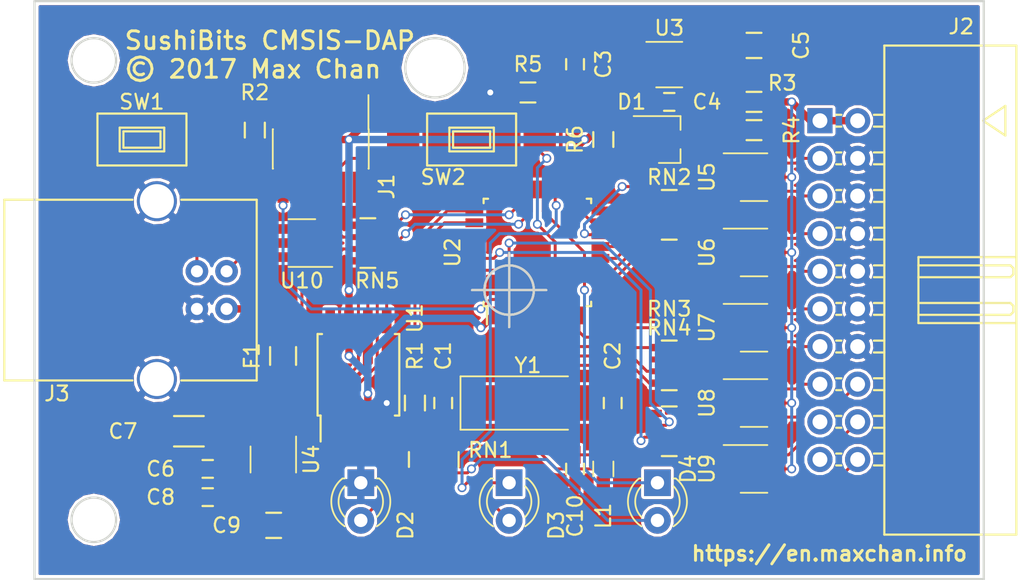
<source format=kicad_pcb>
(kicad_pcb (version 4) (host pcbnew 4.0.6)
  (layers (0 F.Cu signal) (31 B.Cu signal) (34 B.Paste user) (35 F.Paste user) (36 B.SilkS user) (37 F.SilkS user) (38 B.Mask user) (39 F.Mask user) (44 Edge.Cuts user))
  (net 0 "")
  (net 1 /SYS_XIN)
  (net 2 GND)
  (net 3 /SYS_XOUT)
  (net 4 +5V)
  (net 5 VDD)
  (net 6 VDDA)
  (net 7 /ADC_CAL)
  (net 8 "Net-(D2-Pad2)")
  (net 9 /SYS_ACT)
  (net 10 "Net-(D3-Pad2)")
  (net 11 /SYS_ERR)
  (net 12 "Net-(D4-Pad2)")
  (net 13 "Net-(F1-Pad2)")
  (net 14 /DBG_TMS)
  (net 15 /DBG_TCK)
  (net 16 /DBG_~RST)
  (net 17 /TGT_VDD)
  (net 18 /ESD2/D0)
  (net 19 /ESD2/D1)
  (net 20 /ESD2/D2)
  (net 21 /ESD2/D3)
  (net 22 /ESD2B/D0)
  (net 23 /ESD2B/D1)
  (net 24 /ESD2B/D2)
  (net 25 /ESD1/D0)
  (net 26 /ESD1/D1)
  (net 27 /ESD1B/D1)
  (net 28 /ESD1B/D0)
  (net 29 "Net-(R1-Pad1)")
  (net 30 /TGT_VDDS)
  (net 31 /SYS_BTN)
  (net 32 /TGT_~TRST)
  (net 33 /TGT_TMS)
  (net 34 /TGT_TDI)
  (net 35 /TGT_TCK)
  (net 36 "Net-(RN2-Pad7)")
  (net 37 "Net-(RN2-Pad8)")
  (net 38 "Net-(RN2-Pad6)")
  (net 39 "Net-(RN2-Pad5)")
  (net 40 /TGT_RTCK)
  (net 41 /TGT_~RST)
  (net 42 /TGT_TDO)
  (net 43 "Net-(RN3-Pad7)")
  (net 44 "Net-(RN3-Pad8)")
  (net 45 "Net-(RN3-Pad6)")
  (net 46 "Net-(RN3-Pad5)")
  (net 47 /TGT_RXD)
  (net 48 /TGT_TXD)
  (net 49 "Net-(RN4-Pad7)")
  (net 50 "Net-(RN4-Pad6)")
  (net 51 /USB_D-)
  (net 52 /USB_D+)
  (net 53 "Net-(RN5-Pad7)")
  (net 54 "Net-(RN5-Pad6)")
  (net 55 /SPI_NSS)
  (net 56 /SPI_MISO)
  (net 57 /SPI_MOSI)
  (net 58 /SPI_SCK)
  (net 59 /ESD2B/D3)
  (net 60 /TGT_PEN)
  (net 61 "Net-(C4-Pad1)")
  (net 62 "Net-(C8-Pad1)")
  (module Capacitors_SMD:C_0603_HandSoldering (layer F.Cu) (at 145.555 107.62 90)
    (fp_text reference C1 (at 3.175 0 90) (layer F.SilkS))
    (fp_text value 22p)
    (pad 1 smd rect (at -0.95 0 90) (size 1.2 0.75) (layers F.Cu F.Paste F.Mask) (net 1 /SYS_XIN))
    (pad 2 smd rect (at 0.95 0 90) (size 1.2 0.75) (layers F.Cu F.Paste F.Mask) (net 2 GND))
  )
  (module Capacitors_SMD:C_0603_HandSoldering (layer F.Cu) (at 156.985 107.62 90)
    (fp_text reference C2 (at 3.175 0 90) (layer F.SilkS))
    (fp_text value 22p)
    (pad 1 smd rect (at -0.95 0 90) (size 1.2 0.75) (layers F.Cu F.Paste F.Mask) (net 3 /SYS_XOUT))
    (pad 2 smd rect (at 0.95 0 90) (size 1.2 0.75) (layers F.Cu F.Paste F.Mask) (net 2 GND))
  )
  (module Capacitors_SMD:C_0603_HandSoldering (layer F.Cu) (at 129.68 112.065 180)
    (fp_text reference C6 (at 3.175 0 180) (layer F.SilkS))
    (fp_text value 100n)
    (pad 1 smd rect (at -0.95 0 180) (size 1.2 0.75) (layers F.Cu F.Paste F.Mask) (net 4 +5V))
    (pad 2 smd rect (at 0.95 0 180) (size 1.2 0.75) (layers F.Cu F.Paste F.Mask) (net 2 GND))
  )
  (module Capacitors_SMD:C_1206_HandSoldering (layer F.Cu) (at 128.41 109.525 180)
    (fp_text reference C7 (at 4.445 0 180) (layer F.SilkS))
    (fp_text value 47u)
    (pad 1 smd rect (at -2 0 180) (size 2 1.6) (layers F.Cu F.Paste F.Mask) (net 4 +5V))
    (pad 2 smd rect (at 2 0 180) (size 2 1.6) (layers F.Cu F.Paste F.Mask) (net 2 GND))
  )
  (module Capacitors_SMD:C_0805_HandSoldering (layer F.Cu) (at 134.125 115.875 180)
    (fp_text reference C9 (at 3.175 0 360) (layer F.SilkS))
    (fp_text value 10µ)
    (pad 1 smd rect (at -1.25 0 180) (size 1.5 1.25) (layers F.Cu F.Paste F.Mask) (net 5 VDD))
    (pad 2 smd rect (at 1.25 0 180) (size 1.5 1.25) (layers F.Cu F.Paste F.Mask) (net 2 GND))
  )
  (module Capacitors_SMD:C_0603_HandSoldering (layer F.Cu) (at 154.445 112.065 270)
    (fp_text reference C10 (at 3.175 0 270) (layer F.SilkS))
    (fp_text value 100n)
    (pad 1 smd rect (at -0.95 0 270) (size 1.2 0.75) (layers F.Cu F.Paste F.Mask) (net 6 VDDA))
    (pad 2 smd rect (at 0.95 0 270) (size 1.2 0.75) (layers F.Cu F.Paste F.Mask) (net 2 GND))
  )
  (module TO_SOT_Packages_SMD:SOT-23_Handsoldering (layer F.Cu) (at 160.795 89.84)
    (fp_text reference D1 (at -2.54 -2.54) (layer F.SilkS))
    (fp_text value TL431DBZ)
    (pad 1 smd rect (at -1.5 -0.95) (size 1.9 0.8) (layers F.Cu F.Paste F.Mask) (net 7 /ADC_CAL))
    (pad 2 smd rect (at -1.5 0.95) (size 1.9 0.8) (layers F.Cu F.Paste F.Mask) (net 7 /ADC_CAL))
    (pad 3 smd rect (at 1.5 0) (size 1.9 0.8) (layers F.Cu F.Paste F.Mask) (net 2 GND))
  )
  (module LEDs:LED_D3.0mm (layer F.Cu) (at 140 113 270)
    (fp_text reference D2 (at 2.875 -3.015 270) (layer F.SilkS))
    (fp_text value Power)
    (pad 1 thru_hole rect (at 0 0 270) (size 1.8 1.8) (drill 0.9) (layers *.Cu *.Mask) (net 2 GND))
    (pad 2 thru_hole circle (at 2.54 0 270) (size 1.8 1.8) (drill 0.9) (layers *.Cu *.Mask) (net 8 "Net-(D2-Pad2)"))
  )
  (module LEDs:LED_D3.0mm (layer F.Cu) (at 150 113 270)
    (fp_text reference D3 (at 2.875 -3.175 270) (layer F.SilkS))
    (fp_text value Activity)
    (pad 1 thru_hole rect (at 0 0 270) (size 1.8 1.8) (drill 0.9) (layers *.Cu *.Mask) (net 9 /SYS_ACT))
    (pad 2 thru_hole circle (at 2.54 0 270) (size 1.8 1.8) (drill 0.9) (layers *.Cu *.Mask) (net 10 "Net-(D3-Pad2)"))
  )
  (module LEDs:LED_D3.0mm (layer F.Cu) (at 160 113 270)
    (fp_text reference D4 (at -0.935 -2.065 270) (layer F.SilkS))
    (fp_text value Error)
    (pad 1 thru_hole rect (at 0 0 270) (size 1.8 1.8) (drill 0.9) (layers *.Cu *.Mask) (net 11 /SYS_ERR))
    (pad 2 thru_hole circle (at 2.54 0 270) (size 1.8 1.8) (drill 0.9) (layers *.Cu *.Mask) (net 12 "Net-(D4-Pad2)"))
  )
  (module Pin_Headers:Pin_Header_Straight_2x05_Pitch1.27mm_SMD (layer F.Cu) (at 137.3 90.475 270)
    (fp_text reference J1 (at 2.54 -4.445 270) (layer F.SilkS))
    (fp_text value JTAG)
    (pad 1 smd rect (at -2.585 -2.54 270) (size 2.1 0.75) (layers F.Cu F.Mask) (net 5 VDD))
    (pad 2 smd rect (at 2.585 -2.54 270) (size 2.1 0.75) (layers F.Cu F.Mask) (net 14 /DBG_TMS))
    (pad 3 smd rect (at -2.585 -1.27 270) (size 2.1 0.75) (layers F.Cu F.Mask) (net 2 GND))
    (pad 4 smd rect (at 2.585 -1.27 270) (size 2.1 0.75) (layers F.Cu F.Mask) (net 15 /DBG_TCK))
    (pad 5 smd rect (at -2.585 0 270) (size 2.1 0.75) (layers F.Cu F.Mask) (net 2 GND))
    (pad 6 smd rect (at 2.585 0 270) (size 2.1 0.75) (layers F.Cu F.Mask))
    (pad 7 smd rect (at -2.585 1.27 270) (size 2.1 0.75) (layers F.Cu F.Mask))
    (pad 8 smd rect (at 2.585 1.27 270) (size 2.1 0.75) (layers F.Cu F.Mask))
    (pad 9 smd rect (at -2.585 2.54 270) (size 2.1 0.75) (layers F.Cu F.Mask) (net 2 GND))
    (pad 10 smd rect (at 2.585 2.54 270) (size 2.1 0.75) (layers F.Cu F.Mask) (net 16 /DBG_~RST))
  )
  (module Connectors_Multicomp:Multicomp_MC9A22-2034_2x10x2.54mm_Angled (layer F.Cu) (at 170.955 88.57 270)
    (fp_text reference J2 (at -6.35 -9.525 360) (layer F.SilkS))
    (fp_text value "Target JTAG")
    (pad 1 thru_hole rect (at 0 0 270) (size 1.7 1.7) (drill 1) (layers *.Cu *.Mask) (net 17 /TGT_VDD))
    (pad 2 thru_hole circle (at 0 -2.54 270) (size 1.7 1.7) (drill 1) (layers *.Cu *.Mask) (net 17 /TGT_VDD))
    (pad 3 thru_hole circle (at 2.54 0 270) (size 1.7 1.7) (drill 1) (layers *.Cu *.Mask) (net 18 /ESD2/D0))
    (pad 4 thru_hole circle (at 2.54 -2.54 270) (size 1.7 1.7) (drill 1) (layers *.Cu *.Mask) (net 2 GND))
    (pad 5 thru_hole circle (at 5.08 0 270) (size 1.7 1.7) (drill 1) (layers *.Cu *.Mask) (net 19 /ESD2/D1))
    (pad 6 thru_hole circle (at 5.08 -2.54 270) (size 1.7 1.7) (drill 1) (layers *.Cu *.Mask) (net 2 GND))
    (pad 7 thru_hole circle (at 7.62 0 270) (size 1.7 1.7) (drill 1) (layers *.Cu *.Mask) (net 20 /ESD2/D2))
    (pad 8 thru_hole circle (at 7.62 -2.54 270) (size 1.7 1.7) (drill 1) (layers *.Cu *.Mask) (net 2 GND))
    (pad 9 thru_hole circle (at 10.16 0 270) (size 1.7 1.7) (drill 1) (layers *.Cu *.Mask) (net 21 /ESD2/D3))
    (pad 10 thru_hole circle (at 10.16 -2.54 270) (size 1.7 1.7) (drill 1) (layers *.Cu *.Mask) (net 2 GND))
    (pad 11 thru_hole circle (at 12.7 0 270) (size 1.7 1.7) (drill 1) (layers *.Cu *.Mask) (net 22 /ESD2B/D0))
    (pad 12 thru_hole circle (at 12.7 -2.54 270) (size 1.7 1.7) (drill 1) (layers *.Cu *.Mask) (net 2 GND))
    (pad 13 thru_hole circle (at 15.24 0 270) (size 1.7 1.7) (drill 1) (layers *.Cu *.Mask) (net 23 /ESD2B/D1))
    (pad 14 thru_hole circle (at 15.24 -2.54 270) (size 1.7 1.7) (drill 1) (layers *.Cu *.Mask) (net 2 GND))
    (pad 15 thru_hole circle (at 17.78 0 270) (size 1.7 1.7) (drill 1) (layers *.Cu *.Mask) (net 24 /ESD2B/D2))
    (pad 16 thru_hole circle (at 17.78 -2.54 270) (size 1.7 1.7) (drill 1) (layers *.Cu *.Mask) (net 59 /ESD2B/D3))
    (pad 17 thru_hole circle (at 20.32 0 270) (size 1.7 1.7) (drill 1) (layers *.Cu *.Mask))
    (pad 18 thru_hole circle (at 20.32 -2.54 270) (size 1.7 1.7) (drill 1) (layers *.Cu *.Mask) (net 25 /ESD1/D0))
    (pad 19 thru_hole circle (at 22.86 0 270) (size 1.7 1.7) (drill 1) (layers *.Cu *.Mask))
    (pad 20 thru_hole circle (at 22.86 -2.54 270) (size 1.7 1.7) (drill 1) (layers *.Cu *.Mask) (net 26 /ESD1/D1))
  )
  (module Connectors:USB_B (layer F.Cu) (at 130.95 101.27 180)
    (fp_text reference J3 (at 11.43 -5.715 360) (layer F.SilkS))
    (fp_text value USB_B)
    (pad 2 thru_hole circle (at 0 2.54 90) (size 1.524 1.524) (drill 0.8128) (layers *.Cu *.Mask) (net 28 /ESD1B/D0))
    (pad 1 thru_hole circle (at 0 0 90) (size 1.524 1.524) (drill 0.8128) (layers *.Cu *.Mask) (net 13 "Net-(F1-Pad2)"))
    (pad 4 thru_hole circle (at 1.99898 0 90) (size 1.524 1.524) (drill 0.8128) (layers *.Cu *.Mask) (net 2 GND))
    (pad 3 thru_hole circle (at 1.99898 2.54 90) (size 1.524 1.524) (drill 0.8128) (layers *.Cu *.Mask) (net 27 /ESD1B/D1))
    (pad 5 thru_hole circle (at 4.699 7.26948 90) (size 2.70002 2.70002) (drill 2.30124) (layers *.Cu *.Mask) (net 2 GND))
    (pad 5 thru_hole circle (at 4.699 -4.72948 90) (size 2.70002 2.70002) (drill 2.30124) (layers *.Cu *.Mask) (net 2 GND))
  )
  (module Inductors_SMD:L_0603_HandSoldering (layer F.Cu) (at 156.35 112.065 90)
    (fp_text reference L1 (at -3.175 0 90) (layer F.SilkS))
    (fp_text value 120)
    (pad 1 smd rect (at -1.1 0 90) (size 1.2 0.9) (layers F.Cu F.Paste F.Mask) (net 5 VDD))
    (pad 2 smd rect (at 1.1 0 90) (size 1.2 0.9) (layers F.Cu F.Paste F.Mask) (net 6 VDDA))
  )
  (module Resistors_SMD:R_0603_HandSoldering (layer F.Cu) (at 143.65 107.62 270)
    (fp_text reference R1 (at -3.175 0 270) (layer F.SilkS))
    (fp_text value 10k)
    (pad 1 smd rect (at -1.1 0 270) (size 1.2 0.9) (layers F.Cu F.Paste F.Mask) (net 29 "Net-(R1-Pad1)"))
    (pad 2 smd rect (at 1.1 0 270) (size 1.2 0.9) (layers F.Cu F.Paste F.Mask) (net 2 GND))
  )
  (module Resistors_SMD:R_0603_HandSoldering (layer F.Cu) (at 132.855 89.205 270)
    (fp_text reference R2 (at -2.54 0 360) (layer F.SilkS))
    (fp_text value 10k)
    (pad 1 smd rect (at -1.1 0 270) (size 1.2 0.9) (layers F.Cu F.Paste F.Mask) (net 5 VDD))
    (pad 2 smd rect (at 1.1 0 270) (size 1.2 0.9) (layers F.Cu F.Paste F.Mask) (net 16 /DBG_~RST))
  )
  (module Resistors_SMD:R_0603_HandSoldering (layer F.Cu) (at 166.51 87.3 180)
    (fp_text reference R3 (at -1.905 1.27 180) (layer F.SilkS))
    (fp_text value 10k)
    (pad 1 smd rect (at -1.1 0 180) (size 1.2 0.9) (layers F.Cu F.Paste F.Mask) (net 17 /TGT_VDD))
    (pad 2 smd rect (at 1.1 0 180) (size 1.2 0.9) (layers F.Cu F.Paste F.Mask) (net 30 /TGT_VDDS))
  )
  (module Resistors_SMD:R_0603_HandSoldering (layer F.Cu) (at 166.51 89.205)
    (fp_text reference R4 (at 2.54 0 90) (layer F.SilkS))
    (fp_text value 10k)
    (pad 1 smd rect (at -1.1 0) (size 1.2 0.9) (layers F.Cu F.Paste F.Mask) (net 30 /TGT_VDDS))
    (pad 2 smd rect (at 1.1 0) (size 1.2 0.9) (layers F.Cu F.Paste F.Mask) (net 2 GND))
  )
  (module Resistors_SMD:R_0603_HandSoldering (layer F.Cu) (at 151.27 86.665 180)
    (fp_text reference R5 (at 0 1.905 180) (layer F.SilkS))
    (fp_text value 10k)
    (pad 1 smd rect (at -1.1 0 180) (size 1.2 0.9) (layers F.Cu F.Paste F.Mask) (net 31 /SYS_BTN))
    (pad 2 smd rect (at 1.1 0 180) (size 1.2 0.9) (layers F.Cu F.Paste F.Mask) (net 2 GND))
  )
  (module Resistors_SMD:R_0603_HandSoldering (layer F.Cu) (at 156.35 89.84 270)
    (fp_text reference R6 (at 0 1.905 270) (layer F.SilkS))
    (fp_text value 22)
    (pad 1 smd rect (at -1.1 0 270) (size 1.2 0.9) (layers F.Cu F.Paste F.Mask) (net 5 VDD))
    (pad 2 smd rect (at 1.1 0 270) (size 1.2 0.9) (layers F.Cu F.Paste F.Mask) (net 7 /ADC_CAL))
  )
  (module Resistors_SMD:R_Array_Convex_4x0603 (layer F.Cu) (at 144.92 111.43 270)
    (fp_text reference RN1 (at -0.635 -3.81 360) (layer F.SilkS))
    (fp_text value R_Pack04)
    (pad 1 smd rect (at -0.9 -1.2 270) (size 0.8 0.5) (layers F.Cu F.Paste F.Mask) (net 5 VDD))
    (pad 3 smd rect (at -0.9 0.4 270) (size 0.8 0.4) (layers F.Cu F.Paste F.Mask) (net 5 VDD))
    (pad 2 smd rect (at -0.9 -0.4 270) (size 0.8 0.4) (layers F.Cu F.Paste F.Mask) (net 5 VDD))
    (pad 4 smd rect (at -0.9 1.2 270) (size 0.8 0.5) (layers F.Cu F.Paste F.Mask) (net 5 VDD))
    (pad 7 smd rect (at 0.9 -0.4 270) (size 0.8 0.4) (layers F.Cu F.Paste F.Mask) (net 10 "Net-(D3-Pad2)"))
    (pad 8 smd rect (at 0.9 -1.2 270) (size 0.8 0.5) (layers F.Cu F.Paste F.Mask) (net 12 "Net-(D4-Pad2)"))
    (pad 6 smd rect (at 0.9 0.4 270) (size 0.8 0.4) (layers F.Cu F.Paste F.Mask))
    (pad 5 smd rect (at 0.9 1.2 270) (size 0.8 0.5) (layers F.Cu F.Paste F.Mask) (net 8 "Net-(D2-Pad2)"))
  )
  (module Resistors_SMD:R_Array_Convex_4x0603 (layer F.Cu) (at 160.795 94.92)
    (fp_text reference RN2 (at 0 -2.54) (layer F.SilkS))
    (fp_text value 510)
    (pad 1 smd rect (at -0.9 -1.2) (size 0.8 0.5) (layers F.Cu F.Paste F.Mask) (net 32 /TGT_~TRST))
    (pad 3 smd rect (at -0.9 0.4) (size 0.8 0.4) (layers F.Cu F.Paste F.Mask) (net 33 /TGT_TMS))
    (pad 2 smd rect (at -0.9 -0.4) (size 0.8 0.4) (layers F.Cu F.Paste F.Mask) (net 34 /TGT_TDI))
    (pad 4 smd rect (at -0.9 1.2) (size 0.8 0.5) (layers F.Cu F.Paste F.Mask) (net 35 /TGT_TCK))
    (pad 7 smd rect (at 0.9 -0.4) (size 0.8 0.4) (layers F.Cu F.Paste F.Mask) (net 36 "Net-(RN2-Pad7)"))
    (pad 8 smd rect (at 0.9 -1.2) (size 0.8 0.5) (layers F.Cu F.Paste F.Mask) (net 37 "Net-(RN2-Pad8)"))
    (pad 6 smd rect (at 0.9 0.4) (size 0.8 0.4) (layers F.Cu F.Paste F.Mask) (net 38 "Net-(RN2-Pad6)"))
    (pad 5 smd rect (at 0.9 1.2) (size 0.8 0.5) (layers F.Cu F.Paste F.Mask) (net 39 "Net-(RN2-Pad5)"))
  )
  (module Resistors_SMD:R_Array_Convex_4x0603 (layer F.Cu) (at 160.795 105.08)
    (fp_text reference RN3 (at 0 -3.81) (layer F.SilkS))
    (fp_text value 510)
    (pad 1 smd rect (at -0.9 -1.2) (size 0.8 0.5) (layers F.Cu F.Paste F.Mask) (net 40 /TGT_RTCK))
    (pad 3 smd rect (at -0.9 0.4) (size 0.8 0.4) (layers F.Cu F.Paste F.Mask) (net 41 /TGT_~RST))
    (pad 2 smd rect (at -0.9 -0.4) (size 0.8 0.4) (layers F.Cu F.Paste F.Mask) (net 42 /TGT_TDO))
    (pad 4 smd rect (at -0.9 1.2) (size 0.8 0.5) (layers F.Cu F.Paste F.Mask) (net 31 /SYS_BTN))
    (pad 7 smd rect (at 0.9 -0.4) (size 0.8 0.4) (layers F.Cu F.Paste F.Mask) (net 43 "Net-(RN3-Pad7)"))
    (pad 8 smd rect (at 0.9 -1.2) (size 0.8 0.5) (layers F.Cu F.Paste F.Mask) (net 44 "Net-(RN3-Pad8)"))
    (pad 6 smd rect (at 0.9 0.4) (size 0.8 0.4) (layers F.Cu F.Paste F.Mask) (net 45 "Net-(RN3-Pad6)"))
    (pad 5 smd rect (at 0.9 1.2) (size 0.8 0.5) (layers F.Cu F.Paste F.Mask) (net 46 "Net-(RN3-Pad5)"))
  )
  (module Resistors_SMD:R_Array_Convex_4x0603 (layer F.Cu) (at 160.795 109.525)
    (fp_text reference RN4 (at 0 -6.985) (layer F.SilkS))
    (fp_text value 510)
    (pad 1 smd rect (at -0.9 -1.2) (size 0.8 0.5) (layers F.Cu F.Paste F.Mask))
    (pad 3 smd rect (at -0.9 0.4) (size 0.8 0.4) (layers F.Cu F.Paste F.Mask) (net 47 /TGT_RXD))
    (pad 2 smd rect (at -0.9 -0.4) (size 0.8 0.4) (layers F.Cu F.Paste F.Mask) (net 48 /TGT_TXD))
    (pad 4 smd rect (at -0.9 1.2) (size 0.8 0.5) (layers F.Cu F.Paste F.Mask))
    (pad 7 smd rect (at 0.9 -0.4) (size 0.8 0.4) (layers F.Cu F.Paste F.Mask) (net 49 "Net-(RN4-Pad7)"))
    (pad 8 smd rect (at 0.9 -1.2) (size 0.8 0.5) (layers F.Cu F.Paste F.Mask))
    (pad 6 smd rect (at 0.9 0.4) (size 0.8 0.4) (layers F.Cu F.Paste F.Mask) (net 50 "Net-(RN4-Pad6)"))
    (pad 5 smd rect (at 0.9 1.2) (size 0.8 0.5) (layers F.Cu F.Paste F.Mask))
  )
  (module Resistors_SMD:R_Array_Convex_4x0603 (layer F.Cu) (at 140.475 96.825 180)
    (fp_text reference RN5 (at -0.635 -2.54 180) (layer F.SilkS))
    (fp_text value 510)
    (pad 1 smd rect (at -0.9 -1.2 180) (size 0.8 0.5) (layers F.Cu F.Paste F.Mask))
    (pad 3 smd rect (at -0.9 0.4 180) (size 0.8 0.4) (layers F.Cu F.Paste F.Mask) (net 52 /USB_D+))
    (pad 2 smd rect (at -0.9 -0.4 180) (size 0.8 0.4) (layers F.Cu F.Paste F.Mask) (net 51 /USB_D-))
    (pad 4 smd rect (at -0.9 1.2 180) (size 0.8 0.5) (layers F.Cu F.Paste F.Mask))
    (pad 7 smd rect (at 0.9 -0.4 180) (size 0.8 0.4) (layers F.Cu F.Paste F.Mask) (net 53 "Net-(RN5-Pad7)"))
    (pad 8 smd rect (at 0.9 -1.2 180) (size 0.8 0.5) (layers F.Cu F.Paste F.Mask))
    (pad 6 smd rect (at 0.9 0.4 180) (size 0.8 0.4) (layers F.Cu F.Paste F.Mask) (net 54 "Net-(RN5-Pad6)"))
    (pad 5 smd rect (at 0.9 1.2 180) (size 0.8 0.5) (layers F.Cu F.Paste F.Mask))
  )
  (module Buttons_Switches_SMD:SW_SPST_FSMSM (layer F.Cu) (at 147.46 89.84)
    (fp_text reference SW2 (at -1.905 2.54) (layer F.SilkS))
    (fp_text value WKUP)
    (pad 1 smd rect (at -4.60243 -0.00232) (size 2.18 1.6) (layers F.Cu F.Paste F.Mask) (net 5 VDD))
    (pad 2 smd rect (at 4.60243 0.00232) (size 2.18 1.6) (layers F.Cu F.Paste F.Mask) (net 31 /SYS_BTN))
  )
  (module Housings_SOIC:SOIJ-8_5.3x5.3mm_Pitch1.27mm (layer F.Cu) (at 139.84 105.715 90)
    (fp_text reference U1 (at 3.81 3.81 270) (layer F.SilkS))
    (fp_text value W25Q128FV)
    (pad 1 smd rect (at -3.65 -1.905 90) (size 1.7 0.65) (layers F.Cu F.Paste F.Mask) (net 55 /SPI_NSS))
    (pad 2 smd rect (at -3.65 -0.635 90) (size 1.7 0.65) (layers F.Cu F.Paste F.Mask) (net 56 /SPI_MISO))
    (pad 3 smd rect (at -3.65 0.635 90) (size 1.7 0.65) (layers F.Cu F.Paste F.Mask) (net 5 VDD))
    (pad 4 smd rect (at -3.65 1.905 90) (size 1.7 0.65) (layers F.Cu F.Paste F.Mask) (net 2 GND))
    (pad 5 smd rect (at 3.65 1.905 90) (size 1.7 0.65) (layers F.Cu F.Paste F.Mask) (net 57 /SPI_MOSI))
    (pad 6 smd rect (at 3.65 0.635 90) (size 1.7 0.65) (layers F.Cu F.Paste F.Mask) (net 58 /SPI_SCK))
    (pad 7 smd rect (at 3.65 -0.635 90) (size 1.7 0.65) (layers F.Cu F.Paste F.Mask) (net 5 VDD))
    (pad 8 smd rect (at 3.65 -1.905 90) (size 1.7 0.65) (layers F.Cu F.Paste F.Mask) (net 5 VDD))
  )
  (module Housings_QFP:LQFP-32_7x7mm_Pitch0.8mm (layer F.Cu) (at 151.905 97.46 90)
    (fp_text reference U2 (at 0 -5.715 90) (layer F.SilkS))
    (fp_text value STM32F042K6Tx)
    (pad 1 smd rect (at -4.25 -2.8 90) (size 1.2 0.6) (layers F.Cu F.Paste F.Mask) (net 5 VDD))
    (pad 2 smd rect (at -4.25 -2 90) (size 1.2 0.6) (layers F.Cu F.Paste F.Mask) (net 1 /SYS_XIN))
    (pad 3 smd rect (at -4.25 -1.2 90) (size 1.2 0.6) (layers F.Cu F.Paste F.Mask) (net 3 /SYS_XOUT))
    (pad 4 smd rect (at -4.25 -0.4 90) (size 1.2 0.6) (layers F.Cu F.Paste F.Mask) (net 16 /DBG_~RST))
    (pad 5 smd rect (at -4.25 0.4 90) (size 1.2 0.6) (layers F.Cu F.Paste F.Mask) (net 6 VDDA))
    (pad 6 smd rect (at -4.25 1.2 90) (size 1.2 0.6) (layers F.Cu F.Paste F.Mask) (net 31 /SYS_BTN))
    (pad 7 smd rect (at -4.25 2 90) (size 1.2 0.6) (layers F.Cu F.Paste F.Mask) (net 41 /TGT_~RST))
    (pad 8 smd rect (at -4.25 2.8 90) (size 1.2 0.6) (layers F.Cu F.Paste F.Mask) (net 40 /TGT_RTCK))
    (pad 9 smd rect (at -2.8 4.25 180) (size 1.2 0.6) (layers F.Cu F.Paste F.Mask) (net 42 /TGT_TDO))
    (pad 10 smd rect (at -2 4.25 180) (size 1.2 0.6) (layers F.Cu F.Paste F.Mask) (net 35 /TGT_TCK))
    (pad 11 smd rect (at -1.2 4.25 180) (size 1.2 0.6) (layers F.Cu F.Paste F.Mask) (net 33 /TGT_TMS))
    (pad 12 smd rect (at -0.4 4.25 180) (size 1.2 0.6) (layers F.Cu F.Paste F.Mask) (net 34 /TGT_TDI))
    (pad 13 smd rect (at 0.4 4.25 180) (size 1.2 0.6) (layers F.Cu F.Paste F.Mask) (net 32 /TGT_~TRST))
    (pad 14 smd rect (at 1.2 4.25 180) (size 1.2 0.6) (layers F.Cu F.Paste F.Mask) (net 30 /TGT_VDDS))
    (pad 15 smd rect (at 2 4.25 180) (size 1.2 0.6) (layers F.Cu F.Paste F.Mask) (net 7 /ADC_CAL))
    (pad 16 smd rect (at 2.8 4.25 180) (size 1.2 0.6) (layers F.Cu F.Paste F.Mask) (net 2 GND))
    (pad 17 smd rect (at 4.25 2.8 90) (size 1.2 0.6) (layers F.Cu F.Paste F.Mask) (net 5 VDD))
    (pad 18 smd rect (at 4.25 2 90) (size 1.2 0.6) (layers F.Cu F.Paste F.Mask) (net 60 /TGT_PEN))
    (pad 19 smd rect (at 4.25 1.2 90) (size 1.2 0.6) (layers F.Cu F.Paste F.Mask) (net 9 /SYS_ACT))
    (pad 20 smd rect (at 4.25 0.4 90) (size 1.2 0.6) (layers F.Cu F.Paste F.Mask) (net 11 /SYS_ERR))
    (pad 21 smd rect (at 4.25 -0.4 90) (size 1.2 0.6) (layers F.Cu F.Paste F.Mask) (net 51 /USB_D-))
    (pad 22 smd rect (at 4.25 -1.2 90) (size 1.2 0.6) (layers F.Cu F.Paste F.Mask) (net 52 /USB_D+))
    (pad 23 smd rect (at 4.25 -2 90) (size 1.2 0.6) (layers F.Cu F.Paste F.Mask) (net 14 /DBG_TMS))
    (pad 24 smd rect (at 4.25 -2.8 90) (size 1.2 0.6) (layers F.Cu F.Paste F.Mask) (net 15 /DBG_TCK))
    (pad 25 smd rect (at 2.8 -4.25 180) (size 1.2 0.6) (layers F.Cu F.Paste F.Mask) (net 55 /SPI_NSS))
    (pad 26 smd rect (at 2 -4.25 180) (size 1.2 0.6) (layers F.Cu F.Paste F.Mask) (net 58 /SPI_SCK))
    (pad 27 smd rect (at 1.2 -4.25 180) (size 1.2 0.6) (layers F.Cu F.Paste F.Mask) (net 56 /SPI_MISO))
    (pad 28 smd rect (at 0.4 -4.25 180) (size 1.2 0.6) (layers F.Cu F.Paste F.Mask) (net 57 /SPI_MOSI))
    (pad 29 smd rect (at -0.4 -4.25 180) (size 1.2 0.6) (layers F.Cu F.Paste F.Mask) (net 47 /TGT_RXD))
    (pad 30 smd rect (at -1.2 -4.25 180) (size 1.2 0.6) (layers F.Cu F.Paste F.Mask) (net 48 /TGT_TXD))
    (pad 31 smd rect (at -2 -4.25 180) (size 1.2 0.6) (layers F.Cu F.Paste F.Mask) (net 29 "Net-(R1-Pad1)"))
    (pad 32 smd rect (at -2.8 -4.25 180) (size 1.2 0.6) (layers F.Cu F.Paste F.Mask) (net 2 GND))
  )
  (module TO_SOT_Packages_SMD:SOT-23-6_Handsoldering (layer F.Cu) (at 166.51 92.38)
    (fp_text reference U5 (at -3.175 0 90) (layer F.SilkS))
    (fp_text value USBLC6-2SC6)
    (pad 1 smd rect (at -1.35 -0.95) (size 1.56 0.65) (layers F.Cu F.Paste F.Mask) (net 37 "Net-(RN2-Pad8)"))
    (pad 2 smd rect (at -1.35 0) (size 1.56 0.65) (layers F.Cu F.Paste F.Mask) (net 2 GND))
    (pad 3 smd rect (at -1.35 0.95) (size 1.56 0.65) (layers F.Cu F.Paste F.Mask) (net 36 "Net-(RN2-Pad7)"))
    (pad 4 smd rect (at 1.35 0.95) (size 1.56 0.65) (layers F.Cu F.Paste F.Mask) (net 19 /ESD2/D1))
    (pad 6 smd rect (at 1.35 -0.95) (size 1.56 0.65) (layers F.Cu F.Paste F.Mask) (net 18 /ESD2/D0))
    (pad 5 smd rect (at 1.35 0) (size 1.56 0.65) (layers F.Cu F.Paste F.Mask) (net 17 /TGT_VDD))
  )
  (module TO_SOT_Packages_SMD:SOT-23-6_Handsoldering (layer F.Cu) (at 166.51 97.46)
    (fp_text reference U6 (at -3.175 0 90) (layer F.SilkS))
    (fp_text value USBLC6-2SC6)
    (pad 1 smd rect (at -1.35 -0.95) (size 1.56 0.65) (layers F.Cu F.Paste F.Mask) (net 38 "Net-(RN2-Pad6)"))
    (pad 2 smd rect (at -1.35 0) (size 1.56 0.65) (layers F.Cu F.Paste F.Mask) (net 2 GND))
    (pad 3 smd rect (at -1.35 0.95) (size 1.56 0.65) (layers F.Cu F.Paste F.Mask) (net 39 "Net-(RN2-Pad5)"))
    (pad 4 smd rect (at 1.35 0.95) (size 1.56 0.65) (layers F.Cu F.Paste F.Mask) (net 21 /ESD2/D3))
    (pad 6 smd rect (at 1.35 -0.95) (size 1.56 0.65) (layers F.Cu F.Paste F.Mask) (net 20 /ESD2/D2))
    (pad 5 smd rect (at 1.35 0) (size 1.56 0.65) (layers F.Cu F.Paste F.Mask) (net 17 /TGT_VDD))
  )
  (module TO_SOT_Packages_SMD:SOT-23-6_Handsoldering (layer F.Cu) (at 166.51 102.54)
    (fp_text reference U7 (at -3.175 0 90) (layer F.SilkS))
    (fp_text value USBLC6-2SC6)
    (pad 1 smd rect (at -1.35 -0.95) (size 1.56 0.65) (layers F.Cu F.Paste F.Mask) (net 44 "Net-(RN3-Pad8)"))
    (pad 2 smd rect (at -1.35 0) (size 1.56 0.65) (layers F.Cu F.Paste F.Mask) (net 2 GND))
    (pad 3 smd rect (at -1.35 0.95) (size 1.56 0.65) (layers F.Cu F.Paste F.Mask) (net 43 "Net-(RN3-Pad7)"))
    (pad 4 smd rect (at 1.35 0.95) (size 1.56 0.65) (layers F.Cu F.Paste F.Mask) (net 23 /ESD2B/D1))
    (pad 6 smd rect (at 1.35 -0.95) (size 1.56 0.65) (layers F.Cu F.Paste F.Mask) (net 22 /ESD2B/D0))
    (pad 5 smd rect (at 1.35 0) (size 1.56 0.65) (layers F.Cu F.Paste F.Mask) (net 17 /TGT_VDD))
  )
  (module TO_SOT_Packages_SMD:SOT-23-6_Handsoldering (layer F.Cu) (at 166.51 107.62)
    (fp_text reference U8 (at -3.175 0 90) (layer F.SilkS))
    (fp_text value USBLC6-2SC6)
    (pad 1 smd rect (at -1.35 -0.95) (size 1.56 0.65) (layers F.Cu F.Paste F.Mask) (net 45 "Net-(RN3-Pad6)"))
    (pad 2 smd rect (at -1.35 0) (size 1.56 0.65) (layers F.Cu F.Paste F.Mask) (net 2 GND))
    (pad 3 smd rect (at -1.35 0.95) (size 1.56 0.65) (layers F.Cu F.Paste F.Mask) (net 46 "Net-(RN3-Pad5)"))
    (pad 4 smd rect (at 1.35 0.95) (size 1.56 0.65) (layers F.Cu F.Paste F.Mask) (net 59 /ESD2B/D3))
    (pad 6 smd rect (at 1.35 -0.95) (size 1.56 0.65) (layers F.Cu F.Paste F.Mask) (net 24 /ESD2B/D2))
    (pad 5 smd rect (at 1.35 0) (size 1.56 0.65) (layers F.Cu F.Paste F.Mask) (net 17 /TGT_VDD))
  )
  (module TO_SOT_Packages_SMD:SOT-23-6_Handsoldering (layer F.Cu) (at 166.51 112.065)
    (fp_text reference U9 (at -3.175 0 90) (layer F.SilkS))
    (fp_text value USBLC6-2SC6)
    (pad 1 smd rect (at -1.35 -0.95) (size 1.56 0.65) (layers F.Cu F.Paste F.Mask) (net 49 "Net-(RN4-Pad7)"))
    (pad 2 smd rect (at -1.35 0) (size 1.56 0.65) (layers F.Cu F.Paste F.Mask) (net 2 GND))
    (pad 3 smd rect (at -1.35 0.95) (size 1.56 0.65) (layers F.Cu F.Paste F.Mask) (net 50 "Net-(RN4-Pad6)"))
    (pad 4 smd rect (at 1.35 0.95) (size 1.56 0.65) (layers F.Cu F.Paste F.Mask) (net 26 /ESD1/D1))
    (pad 6 smd rect (at 1.35 -0.95) (size 1.56 0.65) (layers F.Cu F.Paste F.Mask) (net 25 /ESD1/D0))
    (pad 5 smd rect (at 1.35 0) (size 1.56 0.65) (layers F.Cu F.Paste F.Mask) (net 17 /TGT_VDD))
  )
  (module TO_SOT_Packages_SMD:SOT-23-6_Handsoldering (layer F.Cu) (at 136.03 96.825 180)
    (fp_text reference U10 (at 0 -2.54 180) (layer F.SilkS))
    (fp_text value USBLC6-2SC6)
    (pad 1 smd rect (at -1.35 -0.95 180) (size 1.56 0.65) (layers F.Cu F.Paste F.Mask) (net 53 "Net-(RN5-Pad7)"))
    (pad 2 smd rect (at -1.35 0 180) (size 1.56 0.65) (layers F.Cu F.Paste F.Mask) (net 2 GND))
    (pad 3 smd rect (at -1.35 0.95 180) (size 1.56 0.65) (layers F.Cu F.Paste F.Mask) (net 54 "Net-(RN5-Pad6)"))
    (pad 4 smd rect (at 1.35 0.95 180) (size 1.56 0.65) (layers F.Cu F.Paste F.Mask) (net 27 /ESD1B/D1))
    (pad 6 smd rect (at 1.35 -0.95 180) (size 1.56 0.65) (layers F.Cu F.Paste F.Mask) (net 28 /ESD1B/D0))
    (pad 5 smd rect (at 1.35 0 180) (size 1.56 0.65) (layers F.Cu F.Paste F.Mask) (net 4 +5V))
  )
  (module Crystals:Crystal_SMD_5032-2pin_5.0x3.2mm_HandSoldering (layer F.Cu) (at 151.27 107.62)
    (fp_text reference Y1 (at 0 -2.54) (layer F.SilkS))
    (fp_text value 8MHz)
    (pad 1 smd rect (at -2.6 0) (size 3.5 2.4) (layers F.Cu F.Mask) (net 1 /SYS_XIN))
    (pad 2 smd rect (at 2.6 0) (size 3.5 2.4) (layers F.Cu F.Mask) (net 3 /SYS_XOUT))
  )
  (module Capacitors_SMD:C_0603_HandSoldering (layer F.Cu) (at 154.445 84.76 270)
    (fp_text reference C3 (at 0 -1.9 270) (layer F.SilkS))
    (fp_text value 100n)
    (pad 1 smd rect (at -0.95 0 270) (size 1.2 0.75) (layers F.Cu F.Paste F.Mask) (net 4 +5V))
    (pad 2 smd rect (at 0.95 0 270) (size 1.2 0.75) (layers F.Cu F.Paste F.Mask) (net 2 GND))
  )
  (module Capacitors_SMD:C_0603_HandSoldering (layer F.Cu) (at 160.795 87.3 180)
    (fp_text reference C4 (at -2.54 0 180) (layer F.SilkS))
    (fp_text value 100n)
    (pad 1 smd rect (at -0.95 0 180) (size 1.2 0.75) (layers F.Cu F.Paste F.Mask) (net 61 "Net-(C4-Pad1)"))
    (pad 2 smd rect (at 0.95 0 180) (size 1.2 0.75) (layers F.Cu F.Paste F.Mask) (net 2 GND))
  )
  (module Capacitors_SMD:C_0805_HandSoldering (layer F.Cu) (at 166.51 83.49)
    (fp_text reference C5 (at 3.175 0 90) (layer F.SilkS))
    (fp_text value 10µ)
    (pad 1 smd rect (at -1.25 0) (size 1.5 1.25) (layers F.Cu F.Paste F.Mask) (net 17 /TGT_VDD))
    (pad 2 smd rect (at 1.25 0) (size 1.5 1.25) (layers F.Cu F.Paste F.Mask) (net 2 GND))
  )
  (module Capacitors_SMD:C_0603_HandSoldering (layer F.Cu) (at 129.68 113.97 180)
    (fp_text reference C8 (at 3.175 0 180) (layer F.SilkS))
    (fp_text value 100n)
    (pad 1 smd rect (at -0.95 0 180) (size 1.2 0.75) (layers F.Cu F.Paste F.Mask) (net 62 "Net-(C8-Pad1)"))
    (pad 2 smd rect (at 0.95 0 180) (size 1.2 0.75) (layers F.Cu F.Paste F.Mask) (net 2 GND))
  )
  (module Buttons_Switches_SMD:SW_SPST_FSMSM (layer F.Cu) (at 125.235 89.84)
    (fp_text reference SW1 (at 0 -2.54) (layer F.SilkS))
    (fp_text value RESET)
    (pad 1 smd rect (at -4.60243 -0.00232) (size 2.18 1.6) (layers F.Cu F.Paste F.Mask) (net 2 GND))
    (pad 2 smd rect (at 4.60243 0.00232) (size 2.18 1.6) (layers F.Cu F.Paste F.Mask) (net 16 /DBG_~RST))
  )
  (module TO_SOT_Packages_SMD:TSOT-23-5_HandSoldering (layer F.Cu) (at 160.795 84.76)
    (fp_text reference U3 (at 0 -2.45) (layer F.SilkS))
    (fp_text value LD3985G33R)
    (pad 1 smd rect (at -1.71 -0.95) (size 2 0.65) (layers F.Cu F.Paste F.Mask) (net 4 +5V))
    (pad 2 smd rect (at -1.71 0) (size 2 0.65) (layers F.Cu F.Paste F.Mask) (net 2 GND))
    (pad 3 smd rect (at -1.71 0.95) (size 2 0.65) (layers F.Cu F.Paste F.Mask) (net 60 /TGT_PEN))
    (pad 4 smd rect (at 1.71 0.95) (size 2 0.65) (layers F.Cu F.Paste F.Mask) (net 61 "Net-(C4-Pad1)"))
    (pad 5 smd rect (at 1.71 -0.95) (size 2 0.65) (layers F.Cu F.Paste F.Mask) (net 17 /TGT_VDD))
  )
  (module TO_SOT_Packages_SMD:TSOT-23-5_HandSoldering (layer F.Cu) (at 134.125 111.43 270)
    (fp_text reference U4 (at 0 -2.54 270) (layer F.SilkS))
    (fp_text value LD3985G33R)
    (pad 1 smd rect (at -1.71 -0.95 270) (size 2 0.65) (layers F.Cu F.Paste F.Mask) (net 4 +5V))
    (pad 2 smd rect (at -1.71 0 270) (size 2 0.65) (layers F.Cu F.Paste F.Mask) (net 2 GND))
    (pad 3 smd rect (at -1.71 0.95 270) (size 2 0.65) (layers F.Cu F.Paste F.Mask) (net 4 +5V))
    (pad 4 smd rect (at 1.71 0.95 270) (size 2 0.65) (layers F.Cu F.Paste F.Mask) (net 62 "Net-(C8-Pad1)"))
    (pad 5 smd rect (at 1.71 -0.95 270) (size 2 0.65) (layers F.Cu F.Paste F.Mask) (net 5 VDD))
  )
  (module Resistors_SMD:R_0805_HandSoldering (layer F.Cu) (at 134.76 104.445 90)
    (fp_text reference F1 (at 0 -2.1 90) (layer F.SilkS))
    (fp_text value 500mA)
    (pad 1 smd rect (at -1.35 0 90) (size 1.5 1.3) (layers F.Cu F.Paste F.Mask) (net 4 +5V))
    (pad 2 smd rect (at 1.35 0 90) (size 1.5 1.3) (layers F.Cu F.Paste F.Mask) (net 13 "Net-(F1-Pad2)"))
  )
  (gr_text https://en.maxchan.info (at 171.59 117.78) (layer F.SilkS) (effects (font (size 1 1) (thickness 0.2))))
  (gr_text "SushiBits CMSIS-DAP\n© 2017 Max Chan" (at 123.965 84.125) (layer F.SilkS) (effects (font (size 1.2 1.2) (thickness 0.2)) (justify left)))
  (gr_circle (center 145 85) (end 147 85) (layer Edge.Cuts) (width 0.15))
  (gr_circle (center 122 115.5) (end 123.5 115.5) (layer Edge.Cuts) (width 0.15))
  (gr_circle (center 122 84.5) (end 123.5 84.5) (layer Edge.Cuts) (width 0.15))
  (gr_line (start 182 80.5) (end 182 119.5) (angle 90) (layer Edge.Cuts) (width 0.15))
  (gr_line (start 118 80.5) (end 182 80.5) (angle 90) (layer Edge.Cuts) (width 0.15))
  (gr_line (start 118 119.5) (end 118 80.5) (angle 90) (layer Edge.Cuts) (width 0.15))
  (gr_line (start 182 119.5) (end 118 119.5) (angle 90) (layer Edge.Cuts) (width 0.15))
  (target plus (at 150 100) (size 5) (width 0.15) (layer Edge.Cuts))
  (target plus (at 150 100) (size 5) (width 0.15) (layer Edge.Cuts))
  (target plus (at 150 100) (size 5) (width 0.15) (layer Edge.Cuts))
  (target plus (at 150 100) (size 5) (width 0.15) (layer Edge.Cuts))
  (segment (start 149.905 101.71) (end 149.905 106.385) (width 0.2) (layer F.Cu) (net 1))
  (segment (start 149.905 106.385) (end 148.67 107.62) (width 0.2) (layer F.Cu) (net 1))
  (segment (start 148.67 107.62) (end 146.28 107.62) (width 0.2) (layer F.Cu) (net 1))
  (segment (start 146.28 107.62) (end 145.555 108.345) (width 0.2) (layer F.Cu) (net 1))
  (segment (start 145.555 108.345) (end 145.555 108.57) (width 0.2) (layer F.Cu) (net 1))
  (segment (start 150.17 86.665) (end 148.73 86.665) (width 0.2) (layer F.Cu) (net 2))
  (via (at 148.73 86.665) (size 0.6) (drill 0.4) (layers F.Cu B.Cu) (net 2))
  (segment (start 141.745 109.365) (end 141.745 107.62) (width 0.2) (layer F.Cu) (net 2))
  (via (at 141.745 107.62) (size 0.6) (drill 0.4) (layers F.Cu B.Cu) (net 2))
  (segment (start 150.635 102.58) (end 150.635 104.445) (width 0.2) (layer F.Cu) (net 3))
  (segment (start 153.87 107.62) (end 153.32 107.62) (width 0.2) (layer F.Cu) (net 3))
  (segment (start 153.32 107.62) (end 150.635 104.935) (width 0.2) (layer F.Cu) (net 3))
  (segment (start 150.635 104.935) (end 150.635 104.445) (width 0.2) (layer F.Cu) (net 3))
  (segment (start 150.705 101.71) (end 150.705 102.51) (width 0.2) (layer F.Cu) (net 3))
  (segment (start 150.705 102.51) (end 150.635 102.58) (width 0.2) (layer F.Cu) (net 3))
  (segment (start 153.87 107.62) (end 156.26 107.62) (width 0.2) (layer F.Cu) (net 3))
  (segment (start 156.26 107.62) (end 156.985 108.345) (width 0.2) (layer F.Cu) (net 3))
  (segment (start 156.985 108.345) (end 156.985 108.57) (width 0.2) (layer F.Cu) (net 3))
  (segment (start 134.68 96.825) (end 135.395 96.825) (width 0.2) (layer F.Cu) (net 4))
  (segment (start 135.395 96.825) (end 136.03 97.46) (width 0.2) (layer F.Cu) (net 4))
  (segment (start 136.03 104.525) (end 134.76 105.795) (width 0.2) (layer F.Cu) (net 4))
  (segment (start 136.03 97.46) (end 136.03 104.525) (width 0.2) (layer F.Cu) (net 4))
  (segment (start 135.075 109.72) (end 135.075 107.935) (width 0.5) (layer F.Cu) (net 4))
  (segment (start 134.76 107.62) (end 134.76 105.795) (width 0.5) (layer F.Cu) (net 4))
  (segment (start 135.075 107.935) (end 134.76 107.62) (width 0.5) (layer F.Cu) (net 4))
  (segment (start 154.445 83.81) (end 159.085 83.81) (width 0.5) (layer F.Cu) (net 4))
  (segment (start 156.35 83.81) (end 150.315 83.81) (width 0.5) (layer F.Cu) (net 4))
  (segment (start 159.085 83.81) (end 156.35 83.81) (width 0.5) (layer F.Cu) (net 4))
  (segment (start 150.315 83.81) (end 146.19 87.935) (width 0.5) (layer F.Cu) (net 4))
  (segment (start 146.19 87.935) (end 143.65 87.935) (width 0.5) (layer F.Cu) (net 4))
  (segment (start 143.65 87.935) (end 139.84 84.125) (width 0.5) (layer F.Cu) (net 4))
  (segment (start 139.84 84.125) (end 126.505 84.125) (width 0.5) (layer F.Cu) (net 4))
  (segment (start 126.505 84.125) (end 122.695 87.935) (width 0.5) (layer F.Cu) (net 4))
  (segment (start 122.695 87.935) (end 122.695 100) (width 0.5) (layer F.Cu) (net 4))
  (segment (start 122.695 100) (end 126.505 103.81) (width 0.5) (layer F.Cu) (net 4))
  (segment (start 126.505 103.81) (end 132.81 103.81) (width 0.5) (layer F.Cu) (net 4))
  (segment (start 132.81 103.81) (end 135 106) (width 0.5) (layer F.Cu) (net 4))
  (segment (start 135.075 106.075) (end 135 106) (width 0.5) (layer F.Cu) (net 4))
  (segment (start 130.63 112.065) (end 130.63 109.745) (width 0.5) (layer F.Cu) (net 4))
  (segment (start 130.63 109.745) (end 130.41 109.525) (width 0.5) (layer F.Cu) (net 4))
  (segment (start 130.41 109.525) (end 132.98 109.525) (width 0.5) (layer F.Cu) (net 4))
  (segment (start 132.98 109.525) (end 133.175 109.72) (width 0.5) (layer F.Cu) (net 4))
  (segment (start 133.175 109.72) (end 133.175 111.115) (width 0.5) (layer F.Cu) (net 4))
  (segment (start 133.175 111.115) (end 133.49 111.43) (width 0.5) (layer F.Cu) (net 4))
  (segment (start 133.49 111.43) (end 134.76 111.43) (width 0.5) (layer F.Cu) (net 4))
  (segment (start 135.075 111.115) (end 134.76 111.43) (width 0.5) (layer F.Cu) (net 4))
  (segment (start 135.075 111.115) (end 135.075 109.72) (width 0.5) (layer F.Cu) (net 4))
  (segment (start 155.08 89.84) (end 155.25 89.84) (width 0.5) (layer F.Cu) (net 5))
  (segment (start 155.25 89.84) (end 156.35 88.74) (width 0.5) (layer F.Cu) (net 5))
  (segment (start 139.205 89.84) (end 155.08 89.84) (width 0.5) (layer B.Cu) (net 5))
  (segment (start 154.705 90.215) (end 154.705 93.21) (width 0.5) (layer F.Cu) (net 5))
  (segment (start 155.08 89.84) (end 154.705 90.215) (width 0.5) (layer F.Cu) (net 5))
  (via (at 155.08 89.84) (size 0.6) (drill 0.4) (layers F.Cu B.Cu) (net 5))
  (segment (start 140.475 111.43) (end 136.03 111.43) (width 0.5) (layer F.Cu) (net 5))
  (segment (start 136.03 111.43) (end 135.075 112.385) (width 0.5) (layer F.Cu) (net 5))
  (segment (start 135.075 112.385) (end 135.075 113.14) (width 0.5) (layer F.Cu) (net 5))
  (segment (start 135.075 113.14) (end 135.075 115.575) (width 0.5) (layer F.Cu) (net 5))
  (segment (start 135.075 115.575) (end 135.375 115.875) (width 0.5) (layer F.Cu) (net 5))
  (segment (start 139.205 102.065) (end 139.205 100) (width 0.5) (layer F.Cu) (net 5))
  (via (at 139.205 89.84) (size 0.6) (drill 0.4) (layers F.Cu B.Cu) (net 5))
  (segment (start 139.205 100) (end 139.205 89.84) (width 0.5) (layer B.Cu) (net 5))
  (via (at 139.205 100) (size 0.6) (drill 0.4) (layers F.Cu B.Cu) (net 5))
  (segment (start 149.105 101.71) (end 148.925 101.71) (width 0.5) (layer F.Cu) (net 5))
  (segment (start 148.925 101.71) (end 148.095 102.54) (width 0.5) (layer F.Cu) (net 5))
  (via (at 148.095 102.54) (size 0.6) (drill 0.4) (layers F.Cu B.Cu) (net 5))
  (segment (start 148.095 102.54) (end 148.095 102.54) (width 0.5) (layer B.Cu) (net 5))
  (segment (start 148.095 102.54) (end 147.46 101.905) (width 0.5) (layer B.Cu) (net 5))
  (segment (start 147.46 101.905) (end 143.015 101.905) (width 0.5) (layer B.Cu) (net 5))
  (segment (start 143.015 101.905) (end 140.475 104.445) (width 0.5) (layer B.Cu) (net 5))
  (segment (start 140.475 104.445) (end 140.475 105.715) (width 0.5) (layer B.Cu) (net 5))
  (segment (start 139.205 102.065) (end 139.205 104.445) (width 0.5) (layer F.Cu) (net 5))
  (segment (start 140.475 106.985) (end 140.475 109.365) (width 0.5) (layer F.Cu) (net 5))
  (via (at 140.475 106.985) (size 0.6) (drill 0.4) (layers F.Cu B.Cu) (net 5))
  (segment (start 140.475 105.715) (end 140.475 106.985) (width 0.5) (layer B.Cu) (net 5))
  (segment (start 139.205 104.445) (end 140.475 105.715) (width 0.5) (layer B.Cu) (net 5))
  (via (at 139.205 104.445) (size 0.6) (drill 0.4) (layers F.Cu B.Cu) (net 5))
  (segment (start 137.935 102.065) (end 139.205 102.065) (width 0.5) (layer F.Cu) (net 5))
  (segment (start 156.35 113.165) (end 156.35 112.7) (width 0.2) (layer F.Cu) (net 5))
  (segment (start 156.35 112.7) (end 155.715 112.065) (width 0.2) (layer F.Cu) (net 5))
  (segment (start 155.715 112.065) (end 153.175 112.065) (width 0.2) (layer F.Cu) (net 5))
  (segment (start 153.175 112.065) (end 151.64 110.53) (width 0.2) (layer F.Cu) (net 5))
  (segment (start 151.64 110.53) (end 146.12 110.53) (width 0.2) (layer F.Cu) (net 5))
  (segment (start 139.84 87.89) (end 139.84 89.205) (width 0.5) (layer F.Cu) (net 5))
  (segment (start 139.84 89.205) (end 139.205 89.84) (width 0.5) (layer F.Cu) (net 5))
  (segment (start 134.125 89.84) (end 132.855 88.57) (width 0.5) (layer F.Cu) (net 5))
  (segment (start 139.205 89.84) (end 134.125 89.84) (width 0.5) (layer F.Cu) (net 5))
  (segment (start 132.855 88.57) (end 132.855 88.105) (width 0.5) (layer F.Cu) (net 5))
  (segment (start 156.35 88.74) (end 156.18 88.74) (width 0.5) (layer F.Cu) (net 5))
  (segment (start 139.84 87.89) (end 140.90989 87.89) (width 0.5) (layer F.Cu) (net 5))
  (segment (start 140.90989 87.89) (end 142.85757 89.83768) (width 0.5) (layer F.Cu) (net 5))
  (segment (start 140.475 109.365) (end 140.475 111.43) (width 0.5) (layer F.Cu) (net 5))
  (segment (start 143.72 110.53) (end 143.72 110.725) (width 0.5) (layer F.Cu) (net 5))
  (segment (start 143.72 110.725) (end 143.015 111.43) (width 0.5) (layer F.Cu) (net 5))
  (segment (start 143.015 111.43) (end 140.475 111.43) (width 0.5) (layer F.Cu) (net 5))
  (segment (start 146.12 110.53) (end 145.32 110.53) (width 0.5) (layer F.Cu) (net 5))
  (segment (start 145.32 110.53) (end 144.52 110.53) (width 0.5) (layer F.Cu) (net 5))
  (segment (start 144.52 110.53) (end 143.72 110.53) (width 0.5) (layer F.Cu) (net 5))
  (segment (start 152.305 101.71) (end 152.305 104.21) (width 0.2) (layer F.Cu) (net 6))
  (segment (start 157.45 110.965) (end 158.255 110.16) (width 0.2) (layer F.Cu) (net 6))
  (segment (start 158.255 110.16) (end 158.255 105.715) (width 0.2) (layer F.Cu) (net 6))
  (segment (start 158.255 105.715) (end 157.62 105.08) (width 0.2) (layer F.Cu) (net 6))
  (segment (start 157.62 105.08) (end 153.81 105.08) (width 0.2) (layer F.Cu) (net 6))
  (segment (start 157.45 110.965) (end 156.35 110.965) (width 0.2) (layer F.Cu) (net 6))
  (segment (start 153.175 105.08) (end 153.81 105.08) (width 0.2) (layer F.Cu) (net 6))
  (segment (start 152.305 104.21) (end 153.175 105.08) (width 0.2) (layer F.Cu) (net 6))
  (segment (start 154.445 111.115) (end 156.2 111.115) (width 0.2) (layer F.Cu) (net 6))
  (segment (start 156.2 111.115) (end 156.35 110.965) (width 0.2) (layer F.Cu) (net 6))
  (segment (start 159.295 88.89) (end 159.295 90.79) (width 0.2) (layer F.Cu) (net 7))
  (segment (start 159.295 90.79) (end 156.5 90.79) (width 0.2) (layer F.Cu) (net 7))
  (segment (start 156.5 90.79) (end 156.35 90.94) (width 0.2) (layer F.Cu) (net 7))
  (segment (start 156.155 95.46) (end 155.62 95.46) (width 0.2) (layer F.Cu) (net 7))
  (segment (start 155.62 95.46) (end 155.08 94.92) (width 0.2) (layer F.Cu) (net 7))
  (segment (start 155.08 94.92) (end 155.08 94.285) (width 0.2) (layer F.Cu) (net 7))
  (segment (start 155.08 94.285) (end 156.35 93.015) (width 0.2) (layer F.Cu) (net 7))
  (segment (start 156.35 93.015) (end 156.35 90.94) (width 0.2) (layer F.Cu) (net 7))
  (segment (start 143.72 112.33) (end 143.21 112.33) (width 0.2) (layer F.Cu) (net 8))
  (segment (start 143.21 112.33) (end 140 115.54) (width 0.2) (layer F.Cu) (net 8))
  (segment (start 153.105 93.21) (end 153.105 94.215) (width 0.2) (layer F.Cu) (net 9))
  (segment (start 147.16 113) (end 150 113) (width 0.2) (layer F.Cu) (net 9))
  (segment (start 146.825 113.335) (end 147.16 113) (width 0.2) (layer F.Cu) (net 9))
  (via (at 146.825 113.335) (size 0.6) (drill 0.4) (layers F.Cu B.Cu) (net 9))
  (segment (start 146.825 111.43) (end 146.825 113.335) (width 0.2) (layer B.Cu) (net 9))
  (segment (start 148.73 109.525) (end 146.825 111.43) (width 0.2) (layer B.Cu) (net 9))
  (segment (start 148.73 96.825) (end 148.73 109.525) (width 0.2) (layer B.Cu) (net 9))
  (segment (start 149.365 96.19) (end 148.73 96.825) (width 0.2) (layer B.Cu) (net 9))
  (segment (start 152.54 96.19) (end 149.365 96.19) (width 0.2) (layer B.Cu) (net 9))
  (segment (start 153.175 95.555) (end 152.54 96.19) (width 0.2) (layer B.Cu) (net 9))
  (segment (start 153.175 94.285) (end 153.175 95.555) (width 0.2) (layer B.Cu) (net 9))
  (via (at 153.175 94.285) (size 0.6) (drill 0.4) (layers F.Cu B.Cu) (net 9))
  (segment (start 153.105 94.215) (end 153.175 94.285) (width 0.2) (layer F.Cu) (net 9))
  (segment (start 145.32 112.33) (end 145.32 113.1) (width 0.2) (layer F.Cu) (net 10))
  (segment (start 148.43 113.97) (end 150 115.54) (width 0.2) (layer F.Cu) (net 10))
  (segment (start 146.19 113.97) (end 148.43 113.97) (width 0.2) (layer F.Cu) (net 10))
  (segment (start 145.32 113.1) (end 146.19 113.97) (width 0.2) (layer F.Cu) (net 10))
  (segment (start 152.305 93.21) (end 152.305 94.685) (width 0.2) (layer F.Cu) (net 11))
  (segment (start 156.015 113) (end 160 113) (width 0.2) (layer B.Cu) (net 11))
  (segment (start 155.08 112.065) (end 156.015 113) (width 0.2) (layer B.Cu) (net 11))
  (segment (start 155.08 109.525) (end 155.08 112.065) (width 0.2) (layer B.Cu) (net 11))
  (segment (start 155.08 100) (end 155.08 109.525) (width 0.2) (layer B.Cu) (net 11))
  (via (at 155.08 100) (size 0.6) (drill 0.4) (layers F.Cu B.Cu) (net 11))
  (segment (start 155.08 97.46) (end 155.08 100) (width 0.2) (layer F.Cu) (net 11))
  (segment (start 154.445 96.825) (end 155.08 97.46) (width 0.2) (layer F.Cu) (net 11))
  (segment (start 152.305 94.685) (end 154.445 96.825) (width 0.2) (layer F.Cu) (net 11))
  (segment (start 146.12 112.33) (end 147.195 112.33) (width 0.2) (layer F.Cu) (net 12))
  (segment (start 156.65 115.54) (end 160 115.54) (width 0.2) (layer B.Cu) (net 12))
  (segment (start 152.54 111.43) (end 156.65 115.54) (width 0.2) (layer B.Cu) (net 12))
  (segment (start 148.095 111.43) (end 152.54 111.43) (width 0.2) (layer B.Cu) (net 12))
  (segment (start 147.46 112.065) (end 148.095 111.43) (width 0.2) (layer B.Cu) (net 12))
  (via (at 147.46 112.065) (size 0.6) (drill 0.4) (layers F.Cu B.Cu) (net 12))
  (segment (start 147.195 112.33) (end 147.46 112.065) (width 0.2) (layer F.Cu) (net 12))
  (segment (start 130.95 101.27) (end 134.125 101.27) (width 0.5) (layer F.Cu) (net 13))
  (segment (start 134.76 101.905) (end 134.76 103.095) (width 0.5) (layer F.Cu) (net 13))
  (segment (start 134.125 101.27) (end 134.76 101.905) (width 0.5) (layer F.Cu) (net 13))
  (segment (start 139.84 93.06) (end 139.84 92.38) (width 0.2) (layer F.Cu) (net 14))
  (segment (start 139.84 92.38) (end 140.475 91.745) (width 0.2) (layer F.Cu) (net 14))
  (segment (start 149.905 93.21) (end 149.905 93.745) (width 0.2) (layer F.Cu) (net 14))
  (segment (start 149.905 93.745) (end 149.365 94.285) (width 0.2) (layer F.Cu) (net 14))
  (segment (start 149.365 94.285) (end 148.73 94.285) (width 0.2) (layer F.Cu) (net 14))
  (segment (start 148.73 94.285) (end 148.095 93.65) (width 0.2) (layer F.Cu) (net 14))
  (segment (start 148.095 93.65) (end 148.095 92.38) (width 0.2) (layer F.Cu) (net 14))
  (segment (start 148.095 92.38) (end 147.46 91.745) (width 0.2) (layer F.Cu) (net 14))
  (segment (start 147.46 91.745) (end 140.475 91.745) (width 0.2) (layer F.Cu) (net 14))
  (segment (start 149.105 93.21) (end 149.105 92.12) (width 0.2) (layer F.Cu) (net 15))
  (segment (start 138.57 91.745) (end 138.57 93.06) (width 0.2) (layer F.Cu) (net 15))
  (segment (start 139.205 91.11) (end 138.57 91.745) (width 0.2) (layer F.Cu) (net 15))
  (segment (start 148.095 91.11) (end 139.205 91.11) (width 0.2) (layer F.Cu) (net 15))
  (segment (start 149.105 92.12) (end 148.095 91.11) (width 0.2) (layer F.Cu) (net 15))
  (segment (start 129.83743 89.84232) (end 132.39232 89.84232) (width 0.2) (layer F.Cu) (net 16))
  (segment (start 132.39232 89.84232) (end 132.855 90.305) (width 0.2) (layer F.Cu) (net 16))
  (segment (start 151.505 101.71) (end 151.505 100.87) (width 0.2) (layer F.Cu) (net 16))
  (segment (start 134.76 94.285) (end 134.76 93.06) (width 0.2) (layer F.Cu) (net 16))
  (via (at 134.76 94.285) (size 0.6) (drill 0.4) (layers F.Cu B.Cu) (net 16))
  (segment (start 134.76 99.365) (end 134.76 94.285) (width 0.2) (layer B.Cu) (net 16))
  (segment (start 136.665 101.27) (end 134.76 99.365) (width 0.2) (layer B.Cu) (net 16))
  (segment (start 139.84 101.27) (end 136.665 101.27) (width 0.2) (layer B.Cu) (net 16))
  (segment (start 143.015 101.27) (end 139.84 101.27) (width 0.2) (layer B.Cu) (net 16))
  (segment (start 148.095 101.27) (end 143.015 101.27) (width 0.2) (layer B.Cu) (net 16))
  (via (at 148.095 101.27) (size 0.6) (drill 0.4) (layers F.Cu B.Cu) (net 16))
  (segment (start 148.73 100.635) (end 148.095 101.27) (width 0.2) (layer F.Cu) (net 16))
  (segment (start 151.27 100.635) (end 148.73 100.635) (width 0.2) (layer F.Cu) (net 16))
  (segment (start 151.505 100.87) (end 151.27 100.635) (width 0.2) (layer F.Cu) (net 16))
  (segment (start 134.76 93.06) (end 134.76 92.21) (width 0.2) (layer F.Cu) (net 16))
  (segment (start 134.76 92.21) (end 132.855 90.305) (width 0.2) (layer F.Cu) (net 16))
  (segment (start 162.505 83.81) (end 163.65 83.81) (width 0.5) (layer F.Cu) (net 17))
  (segment (start 163.97 83.49) (end 165.26 83.49) (width 0.5) (layer F.Cu) (net 17))
  (segment (start 163.65 83.81) (end 163.97 83.49) (width 0.5) (layer F.Cu) (net 17))
  (segment (start 165.26 83.49) (end 165.24 83.51) (width 0.5) (layer F.Cu) (net 17))
  (segment (start 165.24 83.51) (end 165.24 84.93) (width 0.5) (layer F.Cu) (net 17))
  (segment (start 165.24 84.93) (end 167.61 87.3) (width 0.5) (layer F.Cu) (net 17))
  (segment (start 167.61 87.3) (end 169.05 87.3) (width 0.5) (layer F.Cu) (net 17))
  (segment (start 170.955 88.57) (end 170.32 88.57) (width 0.5) (layer F.Cu) (net 17))
  (segment (start 170.32 88.57) (end 169.05 87.3) (width 0.5) (layer F.Cu) (net 17))
  (segment (start 169.05 92.38) (end 169.05 87.3) (width 0.2) (layer B.Cu) (net 17))
  (via (at 169.05 87.3) (size 0.6) (drill 0.4) (layers F.Cu B.Cu) (net 17))
  (segment (start 173.495 88.57) (end 170.955 88.57) (width 0.5) (layer F.Cu) (net 17))
  (segment (start 167.86 107.62) (end 169.05 107.62) (width 0.2) (layer F.Cu) (net 17))
  (via (at 169.05 107.62) (size 0.6) (drill 0.4) (layers F.Cu B.Cu) (net 17))
  (segment (start 167.86 102.54) (end 169.05 102.54) (width 0.2) (layer F.Cu) (net 17))
  (via (at 169.05 102.54) (size 0.6) (drill 0.4) (layers F.Cu B.Cu) (net 17))
  (segment (start 167.86 97.46) (end 169.05 97.46) (width 0.2) (layer F.Cu) (net 17))
  (via (at 169.05 97.46) (size 0.6) (drill 0.4) (layers F.Cu B.Cu) (net 17))
  (segment (start 167.86 92.38) (end 169.05 92.38) (width 0.2) (layer F.Cu) (net 17))
  (via (at 169.05 92.38) (size 0.6) (drill 0.4) (layers F.Cu B.Cu) (net 17))
  (segment (start 167.86 112.065) (end 169.05 112.065) (width 0.2) (layer F.Cu) (net 17))
  (segment (start 169.05 108.89) (end 169.05 107.62) (width 0.2) (layer B.Cu) (net 17))
  (segment (start 169.05 107.62) (end 169.05 102.54) (width 0.2) (layer B.Cu) (net 17))
  (segment (start 169.05 102.54) (end 169.05 97.46) (width 0.2) (layer B.Cu) (net 17))
  (segment (start 169.05 97.46) (end 169.05 92.38) (width 0.2) (layer B.Cu) (net 17))
  (segment (start 169.05 112.065) (end 169.05 108.89) (width 0.2) (layer B.Cu) (net 17))
  (via (at 169.05 112.065) (size 0.6) (drill 0.4) (layers F.Cu B.Cu) (net 17))
  (segment (start 169.365 91.43) (end 169.685 91.11) (width 0.2) (layer F.Cu) (net 18))
  (segment (start 169.685 91.11) (end 170.955 91.11) (width 0.2) (layer F.Cu) (net 18))
  (segment (start 167.86 91.43) (end 169.365 91.43) (width 0.2) (layer F.Cu) (net 18))
  (segment (start 169.365 93.33) (end 169.685 93.65) (width 0.2) (layer F.Cu) (net 19))
  (segment (start 169.685 93.65) (end 170.955 93.65) (width 0.2) (layer F.Cu) (net 19))
  (segment (start 167.86 93.33) (end 169.365 93.33) (width 0.2) (layer F.Cu) (net 19))
  (segment (start 169.365 96.51) (end 169.685 96.19) (width 0.2) (layer F.Cu) (net 20))
  (segment (start 169.685 96.19) (end 170.955 96.19) (width 0.2) (layer F.Cu) (net 20))
  (segment (start 167.86 96.51) (end 169.365 96.51) (width 0.2) (layer F.Cu) (net 20))
  (segment (start 169.365 98.41) (end 169.685 98.73) (width 0.2) (layer F.Cu) (net 21))
  (segment (start 169.685 98.73) (end 170.955 98.73) (width 0.2) (layer F.Cu) (net 21))
  (segment (start 167.86 98.41) (end 169.365 98.41) (width 0.2) (layer F.Cu) (net 21))
  (segment (start 169.365 101.59) (end 169.685 101.27) (width 0.2) (layer F.Cu) (net 22))
  (segment (start 169.685 101.27) (end 170.955 101.27) (width 0.2) (layer F.Cu) (net 22))
  (segment (start 167.86 101.59) (end 169.365 101.59) (width 0.2) (layer F.Cu) (net 22))
  (segment (start 169.365 103.49) (end 169.685 103.81) (width 0.2) (layer F.Cu) (net 23))
  (segment (start 169.685 103.81) (end 170.955 103.81) (width 0.2) (layer F.Cu) (net 23))
  (segment (start 167.86 103.49) (end 169.365 103.49) (width 0.2) (layer F.Cu) (net 23))
  (segment (start 169.365 106.67) (end 169.685 106.35) (width 0.2) (layer F.Cu) (net 24))
  (segment (start 169.685 106.35) (end 170.955 106.35) (width 0.2) (layer F.Cu) (net 24))
  (segment (start 167.86 106.67) (end 169.365 106.67) (width 0.2) (layer F.Cu) (net 24))
  (segment (start 169.795 110.16) (end 172.225 110.16) (width 0.2) (layer F.Cu) (net 25))
  (segment (start 172.225 110.16) (end 173.495 108.89) (width 0.2) (layer F.Cu) (net 25))
  (segment (start 167.86 111.115) (end 168.84 111.115) (width 0.2) (layer F.Cu) (net 25))
  (segment (start 168.84 111.115) (end 169.795 110.16) (width 0.2) (layer F.Cu) (net 25))
  (segment (start 169.155 112.7) (end 172.225 112.7) (width 0.2) (layer F.Cu) (net 26))
  (segment (start 172.225 112.7) (end 173.495 111.43) (width 0.2) (layer F.Cu) (net 26))
  (segment (start 167.86 113.015) (end 168.84 113.015) (width 0.2) (layer F.Cu) (net 26))
  (segment (start 168.84 113.015) (end 169.155 112.7) (width 0.2) (layer F.Cu) (net 26))
  (segment (start 134.68 95.875) (end 129.995 95.875) (width 0.2) (layer F.Cu) (net 27))
  (segment (start 128.95102 96.91898) (end 128.95102 98.73) (width 0.2) (layer F.Cu) (net 27))
  (segment (start 129.995 95.875) (end 128.95102 96.91898) (width 0.2) (layer F.Cu) (net 27))
  (segment (start 134.68 97.775) (end 131.905 97.775) (width 0.2) (layer F.Cu) (net 28))
  (segment (start 131.905 97.775) (end 130.95 98.73) (width 0.2) (layer F.Cu) (net 28))
  (segment (start 143.65 106.52) (end 143.65 103.175) (width 0.2) (layer F.Cu) (net 29))
  (segment (start 147.655 99.46) (end 144.825 99.46) (width 0.2) (layer F.Cu) (net 29))
  (segment (start 143.65 100.635) (end 143.65 103.175) (width 0.2) (layer F.Cu) (net 29))
  (segment (start 144.825 99.46) (end 143.65 100.635) (width 0.2) (layer F.Cu) (net 29))
  (segment (start 165.41 89.205) (end 165.41 89.67) (width 0.2) (layer F.Cu) (net 30))
  (segment (start 155.15 96.26) (end 156.155 96.26) (width 0.2) (layer F.Cu) (net 30))
  (segment (start 155.08 96.19) (end 155.15 96.26) (width 0.2) (layer F.Cu) (net 30))
  (via (at 155.08 96.19) (size 0.6) (drill 0.4) (layers F.Cu B.Cu) (net 30))
  (segment (start 155.08 95.555) (end 155.08 96.19) (width 0.2) (layer B.Cu) (net 30))
  (segment (start 157.62 93.015) (end 155.08 95.555) (width 0.2) (layer B.Cu) (net 30))
  (via (at 157.62 93.015) (size 0.6) (drill 0.4) (layers F.Cu B.Cu) (net 30))
  (segment (start 157.62 93.015) (end 157.62 93.015) (width 0.2) (layer F.Cu) (net 30))
  (segment (start 160.795 93.015) (end 157.62 93.015) (width 0.2) (layer F.Cu) (net 30))
  (segment (start 163.335 90.475) (end 160.795 93.015) (width 0.2) (layer F.Cu) (net 30))
  (segment (start 164.605 90.475) (end 163.335 90.475) (width 0.2) (layer F.Cu) (net 30))
  (segment (start 165.41 89.67) (end 164.605 90.475) (width 0.2) (layer F.Cu) (net 30))
  (segment (start 165.41 87.3) (end 165.41 89.205) (width 0.2) (layer F.Cu) (net 30))
  (segment (start 159.895 106.28) (end 159.455 106.28) (width 0.2) (layer F.Cu) (net 31))
  (segment (start 153.105 103.74) (end 153.81 104.445) (width 0.2) (layer F.Cu) (net 31))
  (segment (start 153.81 104.445) (end 157.62 104.445) (width 0.2) (layer F.Cu) (net 31))
  (segment (start 157.62 104.445) (end 158.89 105.715) (width 0.2) (layer F.Cu) (net 31))
  (segment (start 153.105 103.74) (end 153.105 101.71) (width 0.2) (layer F.Cu) (net 31))
  (segment (start 159.455 106.28) (end 158.89 105.715) (width 0.2) (layer F.Cu) (net 31))
  (segment (start 152.06243 89.84232) (end 152.06243 90.63243) (width 0.2) (layer F.Cu) (net 31))
  (segment (start 152.06243 90.63243) (end 152.54 91.11) (width 0.2) (layer F.Cu) (net 31))
  (segment (start 153.105 96.755) (end 153.105 101.71) (width 0.2) (layer F.Cu) (net 31))
  (segment (start 151.905 95.555) (end 153.105 96.755) (width 0.2) (layer F.Cu) (net 31))
  (via (at 151.905 95.555) (size 0.6) (drill 0.4) (layers F.Cu B.Cu) (net 31))
  (segment (start 151.905 91.745) (end 151.905 95.555) (width 0.2) (layer B.Cu) (net 31))
  (segment (start 152.54 91.11) (end 151.905 91.745) (width 0.2) (layer B.Cu) (net 31))
  (via (at 152.54 91.11) (size 0.6) (drill 0.4) (layers F.Cu B.Cu) (net 31))
  (segment (start 152.37 86.665) (end 152.37 89.53475) (width 0.2) (layer F.Cu) (net 31))
  (segment (start 152.37 89.53475) (end 152.06243 89.84232) (width 0.2) (layer F.Cu) (net 31))
  (segment (start 156.155 97.06) (end 157.385 97.06) (width 0.2) (layer F.Cu) (net 32))
  (segment (start 158.185 93.72) (end 157.62 94.285) (width 0.2) (layer F.Cu) (net 32))
  (segment (start 157.62 94.285) (end 157.62 96.19) (width 0.2) (layer F.Cu) (net 32))
  (segment (start 158.185 93.72) (end 159.895 93.72) (width 0.2) (layer F.Cu) (net 32))
  (segment (start 157.62 96.825) (end 157.62 96.19) (width 0.2) (layer F.Cu) (net 32))
  (segment (start 157.385 97.06) (end 157.62 96.825) (width 0.2) (layer F.Cu) (net 32))
  (segment (start 159.895 95.32) (end 159.125 95.32) (width 0.2) (layer F.Cu) (net 33))
  (segment (start 157.055 98.66) (end 158.89 96.825) (width 0.2) (layer F.Cu) (net 33))
  (segment (start 158.89 96.825) (end 158.89 96.19) (width 0.2) (layer F.Cu) (net 33))
  (segment (start 157.055 98.66) (end 156.155 98.66) (width 0.2) (layer F.Cu) (net 33))
  (segment (start 158.89 95.555) (end 158.89 96.19) (width 0.2) (layer F.Cu) (net 33))
  (segment (start 159.125 95.32) (end 158.89 95.555) (width 0.2) (layer F.Cu) (net 33))
  (segment (start 159.895 94.52) (end 158.655 94.52) (width 0.2) (layer F.Cu) (net 34))
  (segment (start 157.22 97.86) (end 158.255 96.825) (width 0.2) (layer F.Cu) (net 34))
  (segment (start 158.255 96.825) (end 158.255 94.92) (width 0.2) (layer F.Cu) (net 34))
  (segment (start 157.22 97.86) (end 156.155 97.86) (width 0.2) (layer F.Cu) (net 34))
  (segment (start 158.655 94.52) (end 158.255 94.92) (width 0.2) (layer F.Cu) (net 34))
  (segment (start 159.895 96.12) (end 159.895 96.455) (width 0.2) (layer F.Cu) (net 35))
  (segment (start 156.89 99.46) (end 159.525 96.825) (width 0.2) (layer F.Cu) (net 35))
  (segment (start 156.89 99.46) (end 156.155 99.46) (width 0.2) (layer F.Cu) (net 35))
  (segment (start 159.895 96.455) (end 159.525 96.825) (width 0.2) (layer F.Cu) (net 35))
  (segment (start 161.695 94.52) (end 162.465 94.52) (width 0.2) (layer F.Cu) (net 36))
  (segment (start 163.655 93.33) (end 162.7 94.285) (width 0.2) (layer F.Cu) (net 36))
  (segment (start 163.655 93.33) (end 165.16 93.33) (width 0.2) (layer F.Cu) (net 36))
  (segment (start 162.465 94.52) (end 162.7 94.285) (width 0.2) (layer F.Cu) (net 36))
  (segment (start 165.16 91.43) (end 163.985 91.43) (width 0.2) (layer F.Cu) (net 37))
  (segment (start 163.985 91.43) (end 161.695 93.72) (width 0.2) (layer F.Cu) (net 37))
  (segment (start 161.695 95.32) (end 162.465 95.32) (width 0.2) (layer F.Cu) (net 38))
  (segment (start 163.655 96.51) (end 162.7 95.555) (width 0.2) (layer F.Cu) (net 38))
  (segment (start 163.655 96.51) (end 165.16 96.51) (width 0.2) (layer F.Cu) (net 38))
  (segment (start 162.465 95.32) (end 162.7 95.555) (width 0.2) (layer F.Cu) (net 38))
  (segment (start 165.16 98.41) (end 163.985 98.41) (width 0.2) (layer F.Cu) (net 39))
  (segment (start 163.985 98.41) (end 161.695 96.12) (width 0.2) (layer F.Cu) (net 39))
  (segment (start 159.895 103.88) (end 158.325 103.88) (width 0.2) (layer F.Cu) (net 40))
  (segment (start 154.705 102.8) (end 155.08 103.175) (width 0.2) (layer F.Cu) (net 40))
  (segment (start 155.08 103.175) (end 157.62 103.175) (width 0.2) (layer F.Cu) (net 40))
  (segment (start 154.705 102.8) (end 154.705 101.71) (width 0.2) (layer F.Cu) (net 40))
  (segment (start 158.325 103.88) (end 157.62 103.175) (width 0.2) (layer F.Cu) (net 40))
  (segment (start 153.905 101.71) (end 153.905 103.27) (width 0.2) (layer F.Cu) (net 41))
  (segment (start 159.29 105.48) (end 157.62 103.81) (width 0.2) (layer F.Cu) (net 41))
  (segment (start 157.62 103.81) (end 154.445 103.81) (width 0.2) (layer F.Cu) (net 41))
  (segment (start 159.29 105.48) (end 159.895 105.48) (width 0.2) (layer F.Cu) (net 41))
  (segment (start 153.905 103.27) (end 154.445 103.81) (width 0.2) (layer F.Cu) (net 41))
  (segment (start 160.16 102.54) (end 158.255 102.54) (width 0.2) (layer F.Cu) (net 42))
  (segment (start 160.795 103.175) (end 160.16 102.54) (width 0.2) (layer F.Cu) (net 42))
  (segment (start 160.795 104.445) (end 160.795 103.175) (width 0.2) (layer F.Cu) (net 42))
  (segment (start 160.56 104.68) (end 160.795 104.445) (width 0.2) (layer F.Cu) (net 42))
  (segment (start 159.895 104.68) (end 160.56 104.68) (width 0.2) (layer F.Cu) (net 42))
  (segment (start 156.155 100.83) (end 155.715 101.27) (width 0.2) (layer F.Cu) (net 42))
  (segment (start 155.715 101.27) (end 155.715 101.905) (width 0.2) (layer F.Cu) (net 42))
  (segment (start 155.715 101.905) (end 156.35 102.54) (width 0.2) (layer F.Cu) (net 42))
  (segment (start 156.35 102.54) (end 158.255 102.54) (width 0.2) (layer F.Cu) (net 42))
  (segment (start 156.155 100.83) (end 156.155 100.26) (width 0.2) (layer F.Cu) (net 42))
  (segment (start 161.695 104.68) (end 162.465 104.68) (width 0.2) (layer F.Cu) (net 43))
  (segment (start 163.655 103.49) (end 162.7 104.445) (width 0.2) (layer F.Cu) (net 43))
  (segment (start 163.655 103.49) (end 165.16 103.49) (width 0.2) (layer F.Cu) (net 43))
  (segment (start 162.465 104.68) (end 162.7 104.445) (width 0.2) (layer F.Cu) (net 43))
  (segment (start 165.16 101.59) (end 163.985 101.59) (width 0.2) (layer F.Cu) (net 44))
  (segment (start 163.985 101.59) (end 161.695 103.88) (width 0.2) (layer F.Cu) (net 44))
  (segment (start 161.695 105.48) (end 162.465 105.48) (width 0.2) (layer F.Cu) (net 45))
  (segment (start 163.655 106.67) (end 162.7 105.715) (width 0.2) (layer F.Cu) (net 45))
  (segment (start 163.655 106.67) (end 165.16 106.67) (width 0.2) (layer F.Cu) (net 45))
  (segment (start 162.465 105.48) (end 162.7 105.715) (width 0.2) (layer F.Cu) (net 45))
  (segment (start 165.16 108.57) (end 163.985 108.57) (width 0.2) (layer F.Cu) (net 46))
  (segment (start 163.985 108.57) (end 161.695 106.28) (width 0.2) (layer F.Cu) (net 46))
  (segment (start 147.655 97.86) (end 148.965 97.86) (width 0.2) (layer F.Cu) (net 47))
  (segment (start 159.125 109.925) (end 159.895 109.925) (width 0.2) (layer F.Cu) (net 47))
  (segment (start 158.89 110.16) (end 159.125 109.925) (width 0.2) (layer F.Cu) (net 47))
  (via (at 158.89 110.16) (size 0.6) (drill 0.4) (layers F.Cu B.Cu) (net 47))
  (segment (start 158.89 100) (end 158.89 110.16) (width 0.2) (layer B.Cu) (net 47))
  (segment (start 157.62 98.73) (end 158.89 100) (width 0.2) (layer B.Cu) (net 47))
  (segment (start 156.35 97.46) (end 157.62 98.73) (width 0.2) (layer B.Cu) (net 47))
  (segment (start 150.635 97.46) (end 156.35 97.46) (width 0.2) (layer B.Cu) (net 47))
  (segment (start 149.365 97.46) (end 150.635 97.46) (width 0.2) (layer B.Cu) (net 47))
  (via (at 149.365 97.46) (size 0.6) (drill 0.4) (layers F.Cu B.Cu) (net 47))
  (segment (start 148.965 97.86) (end 149.365 97.46) (width 0.2) (layer F.Cu) (net 47))
  (segment (start 147.655 98.66) (end 149.435 98.66) (width 0.2) (layer F.Cu) (net 48))
  (segment (start 160.56 109.125) (end 159.895 109.125) (width 0.2) (layer F.Cu) (net 48))
  (segment (start 160.795 108.89) (end 160.56 109.125) (width 0.2) (layer F.Cu) (net 48))
  (via (at 160.795 108.89) (size 0.6) (drill 0.4) (layers F.Cu B.Cu) (net 48))
  (segment (start 159.525 107.62) (end 160.795 108.89) (width 0.2) (layer B.Cu) (net 48))
  (segment (start 159.525 100) (end 159.525 107.62) (width 0.2) (layer B.Cu) (net 48))
  (segment (start 156.35 96.825) (end 159.525 100) (width 0.2) (layer B.Cu) (net 48))
  (segment (start 150 96.825) (end 156.35 96.825) (width 0.2) (layer B.Cu) (net 48))
  (via (at 150 96.825) (size 0.6) (drill 0.4) (layers F.Cu B.Cu) (net 48))
  (segment (start 150 98.095) (end 150 96.825) (width 0.2) (layer F.Cu) (net 48))
  (segment (start 149.435 98.66) (end 150 98.095) (width 0.2) (layer F.Cu) (net 48))
  (segment (start 161.695 109.125) (end 162.3 109.125) (width 0.2) (layer F.Cu) (net 49))
  (segment (start 164.29 111.115) (end 163.335 110.16) (width 0.2) (layer F.Cu) (net 49))
  (segment (start 164.29 111.115) (end 165.16 111.115) (width 0.2) (layer F.Cu) (net 49))
  (segment (start 162.3 109.125) (end 163.335 110.16) (width 0.2) (layer F.Cu) (net 49))
  (segment (start 161.695 109.925) (end 162.465 109.925) (width 0.2) (layer F.Cu) (net 50))
  (segment (start 164.285 113.015) (end 163.335 112.065) (width 0.2) (layer F.Cu) (net 50))
  (segment (start 163.335 112.065) (end 163.335 110.795) (width 0.2) (layer F.Cu) (net 50))
  (segment (start 164.285 113.015) (end 165.16 113.015) (width 0.2) (layer F.Cu) (net 50))
  (segment (start 162.465 109.925) (end 163.335 110.795) (width 0.2) (layer F.Cu) (net 50))
  (segment (start 141.375 97.225) (end 141.98 97.225) (width 0.2) (layer F.Cu) (net 51))
  (segment (start 151.505 94.685) (end 151.505 93.21) (width 0.2) (layer F.Cu) (net 51))
  (segment (start 150.635 95.555) (end 151.505 94.685) (width 0.2) (layer F.Cu) (net 51))
  (via (at 150.635 95.555) (size 0.6) (drill 0.4) (layers F.Cu B.Cu) (net 51))
  (segment (start 143.65 95.555) (end 150.635 95.555) (width 0.2) (layer B.Cu) (net 51))
  (segment (start 143.015 96.19) (end 143.65 95.555) (width 0.2) (layer B.Cu) (net 51))
  (via (at 143.015 96.19) (size 0.6) (drill 0.4) (layers F.Cu B.Cu) (net 51))
  (segment (start 141.98 97.225) (end 143.015 96.19) (width 0.2) (layer F.Cu) (net 51))
  (segment (start 141.375 96.425) (end 142.145 96.425) (width 0.2) (layer F.Cu) (net 52))
  (segment (start 150.705 94.215) (end 150.705 93.21) (width 0.2) (layer F.Cu) (net 52))
  (segment (start 150 94.92) (end 150.705 94.215) (width 0.2) (layer F.Cu) (net 52))
  (via (at 150 94.92) (size 0.6) (drill 0.4) (layers F.Cu B.Cu) (net 52))
  (segment (start 143.015 94.92) (end 150 94.92) (width 0.2) (layer B.Cu) (net 52))
  (via (at 143.015 94.92) (size 0.6) (drill 0.4) (layers F.Cu B.Cu) (net 52))
  (segment (start 142.38 95.555) (end 143.015 94.92) (width 0.2) (layer F.Cu) (net 52))
  (segment (start 142.38 96.19) (end 142.38 95.555) (width 0.2) (layer F.Cu) (net 52))
  (segment (start 142.145 96.425) (end 142.38 96.19) (width 0.2) (layer F.Cu) (net 52))
  (segment (start 139.575 97.225) (end 138.805 97.225) (width 0.2) (layer F.Cu) (net 53))
  (segment (start 138.255 97.775) (end 138.57 97.46) (width 0.2) (layer F.Cu) (net 53))
  (segment (start 138.255 97.775) (end 137.38 97.775) (width 0.2) (layer F.Cu) (net 53))
  (segment (start 138.805 97.225) (end 138.57 97.46) (width 0.2) (layer F.Cu) (net 53))
  (segment (start 139.575 96.425) (end 138.805 96.425) (width 0.2) (layer F.Cu) (net 54))
  (segment (start 138.255 95.875) (end 138.57 96.19) (width 0.2) (layer F.Cu) (net 54))
  (segment (start 138.255 95.875) (end 137.38 95.875) (width 0.2) (layer F.Cu) (net 54))
  (segment (start 138.805 96.425) (end 138.57 96.19) (width 0.2) (layer F.Cu) (net 54))
  (segment (start 147.655 94.66) (end 145.815 94.66) (width 0.2) (layer F.Cu) (net 55))
  (segment (start 137.935 106.985) (end 139.84 105.08) (width 0.2) (layer F.Cu) (net 55))
  (segment (start 139.84 105.08) (end 139.84 100.635) (width 0.2) (layer F.Cu) (net 55))
  (segment (start 139.84 100.635) (end 144.92 95.555) (width 0.2) (layer F.Cu) (net 55))
  (segment (start 137.935 106.985) (end 137.935 109.365) (width 0.2) (layer F.Cu) (net 55))
  (segment (start 145.815 94.66) (end 144.92 95.555) (width 0.2) (layer F.Cu) (net 55))
  (segment (start 147.655 96.26) (end 145.485 96.26) (width 0.2) (layer F.Cu) (net 56))
  (segment (start 139.205 106.985) (end 141.11 105.08) (width 0.2) (layer F.Cu) (net 56))
  (segment (start 141.11 105.08) (end 141.11 100.635) (width 0.2) (layer F.Cu) (net 56))
  (segment (start 141.11 100.635) (end 144.285 97.46) (width 0.2) (layer F.Cu) (net 56))
  (segment (start 139.205 106.985) (end 139.205 109.365) (width 0.2) (layer F.Cu) (net 56))
  (segment (start 145.485 96.26) (end 144.285 97.46) (width 0.2) (layer F.Cu) (net 56))
  (segment (start 141.745 102.065) (end 141.745 100.635) (width 0.2) (layer F.Cu) (net 57))
  (segment (start 145.32 97.06) (end 142.38 100) (width 0.2) (layer F.Cu) (net 57))
  (segment (start 145.32 97.06) (end 147.655 97.06) (width 0.2) (layer F.Cu) (net 57))
  (segment (start 141.745 100.635) (end 142.38 100) (width 0.2) (layer F.Cu) (net 57))
  (segment (start 144.92 96.19) (end 144.285 96.825) (width 0.2) (layer F.Cu) (net 58))
  (segment (start 145.65 95.46) (end 144.92 96.19) (width 0.2) (layer F.Cu) (net 58))
  (segment (start 147.655 95.46) (end 145.65 95.46) (width 0.2) (layer F.Cu) (net 58))
  (segment (start 140.475 100.635) (end 144.285 96.825) (width 0.2) (layer F.Cu) (net 58))
  (segment (start 140.475 100.635) (end 140.475 102.065) (width 0.2) (layer F.Cu) (net 58))
  (segment (start 167.86 108.57) (end 169.37 108.57) (width 0.2) (layer F.Cu) (net 59))
  (segment (start 172.225 107.62) (end 173.495 106.35) (width 0.2) (layer F.Cu) (net 59))
  (segment (start 170.32 107.62) (end 172.225 107.62) (width 0.2) (layer F.Cu) (net 59))
  (segment (start 169.37 108.57) (end 170.32 107.62) (width 0.2) (layer F.Cu) (net 59))
  (segment (start 159.085 85.71) (end 156.67 85.71) (width 0.2) (layer F.Cu) (net 60))
  (segment (start 153.905 88.475) (end 156.35 86.03) (width 0.2) (layer F.Cu) (net 60))
  (segment (start 153.905 88.475) (end 153.905 93.21) (width 0.2) (layer F.Cu) (net 60))
  (segment (start 156.67 85.71) (end 156.35 86.03) (width 0.2) (layer F.Cu) (net 60))
  (segment (start 162.505 85.71) (end 162.505 86.54) (width 0.5) (layer F.Cu) (net 61))
  (segment (start 162.505 86.54) (end 161.745 87.3) (width 0.5) (layer F.Cu) (net 61))
  (segment (start 133.175 113.14) (end 133.05 113.14) (width 0.5) (layer F.Cu) (net 62))
  (segment (start 133.05 113.14) (end 132.22 113.97) (width 0.5) (layer F.Cu) (net 62))
  (segment (start 132.22 113.97) (end 130.63 113.97) (width 0.5) (layer F.Cu) (net 62))
  (zone (net 2) (net_name GND) (layer F.Cu) (connect_pads (clearance 0.2)) (min_thickness 0.2) (fill yes (arc_segments 16) (thermal_gap 0.2) (thermal_bridge_width 0.5))
    (polygon (pts (xy 182 119.5) (xy 118 119.5) (xy 118 80.5) (xy 182 80.5)))
  )
  (zone (net 2) (net_name GND) (layer B.Cu) (connect_pads (clearance 0.2)) (min_thickness 0.2) (fill yes (arc_segments 16) (thermal_gap 0.2) (thermal_bridge_width 0.5))
    (polygon (pts (xy 182 119.5) (xy 118 119.5) (xy 118 80.5) (xy 182 80.5)))
  )
)
</source>
